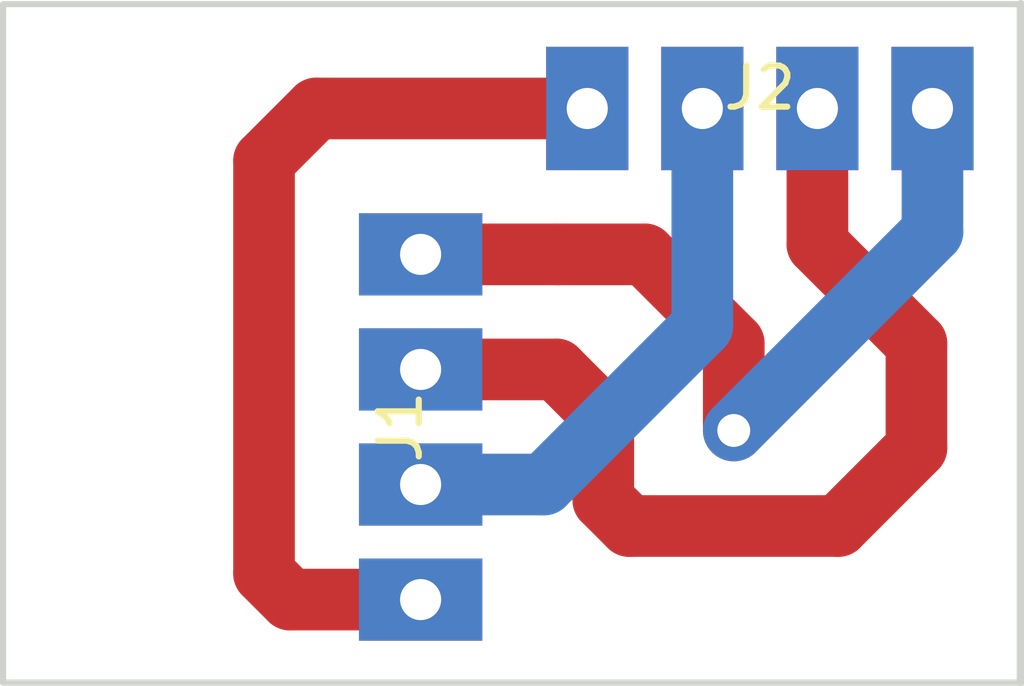
<source format=kicad_pcb>
(kicad_pcb (version 20171130) (host pcbnew "(5.0.0)")

  (general
    (thickness 1.6)
    (drawings 4)
    (tracks 24)
    (zones 0)
    (modules 2)
    (nets 5)
  )

  (page A4)
  (layers
    (0 F.Cu signal)
    (31 B.Cu signal)
    (32 B.Adhes user)
    (33 F.Adhes user)
    (34 B.Paste user)
    (35 F.Paste user)
    (36 B.SilkS user)
    (37 F.SilkS user)
    (38 B.Mask user)
    (39 F.Mask user)
    (40 Dwgs.User user)
    (41 Cmts.User user)
    (42 Eco1.User user)
    (43 Eco2.User user)
    (44 Edge.Cuts user)
    (45 Margin user)
    (46 B.CrtYd user)
    (47 F.CrtYd user)
    (48 B.Fab user)
    (49 F.Fab user)
  )

  (setup
    (last_trace_width 1.5)
    (trace_clearance 0.5)
    (zone_clearance 0.508)
    (zone_45_only no)
    (trace_min 0.2)
    (segment_width 0.2)
    (edge_width 0.15)
    (via_size 0.8)
    (via_drill 0.4)
    (via_min_size 0.4)
    (via_min_drill 0.3)
    (uvia_size 0.3)
    (uvia_drill 0.1)
    (uvias_allowed no)
    (uvia_min_size 0.2)
    (uvia_min_drill 0.1)
    (pcb_text_width 0.3)
    (pcb_text_size 1.5 1.5)
    (mod_edge_width 0.15)
    (mod_text_size 1 1)
    (mod_text_width 0.15)
    (pad_size 1.524 1.524)
    (pad_drill 0.762)
    (pad_to_mask_clearance 0.2)
    (aux_axis_origin 0 0)
    (visible_elements 7FFFFFFF)
    (pcbplotparams
      (layerselection 0x010c0_ffffffff)
      (usegerberextensions false)
      (usegerberattributes false)
      (usegerberadvancedattributes false)
      (creategerberjobfile false)
      (excludeedgelayer true)
      (linewidth 0.100000)
      (plotframeref false)
      (viasonmask false)
      (mode 1)
      (useauxorigin false)
      (hpglpennumber 1)
      (hpglpenspeed 20)
      (hpglpendiameter 15.000000)
      (psnegative false)
      (psa4output false)
      (plotreference true)
      (plotvalue true)
      (plotinvisibletext false)
      (padsonsilk false)
      (subtractmaskfromsilk false)
      (outputformat 1)
      (mirror false)
      (drillshape 0)
      (scaleselection 1)
      (outputdirectory "gerber/"))
  )

  (net 0 "")
  (net 1 "Net-(J1-Pad1)")
  (net 2 "Net-(J1-Pad2)")
  (net 3 "Net-(J1-Pad3)")
  (net 4 "Net-(J1-Pad4)")

  (net_class Default "This is the default net class."
    (clearance 0.5)
    (trace_width 1.5)
    (via_dia 0.8)
    (via_drill 0.4)
    (uvia_dia 0.3)
    (uvia_drill 0.1)
    (add_net "Net-(J1-Pad1)")
    (add_net "Net-(J1-Pad2)")
    (add_net "Net-(J1-Pad3)")
    (add_net "Net-(J1-Pad4)")
  )

  (module "kiu-footprint:LED Strip 12mm" (layer F.Cu) (tedit 5DBE190E) (tstamp 5DBE2549)
    (at 55.245 45.85 270)
    (path /5DBE2270)
    (fp_text reference J1 (at 0 0.5 270) (layer F.SilkS)
      (effects (font (size 1 1) (thickness 0.15)))
    )
    (fp_text value Conn_01x04 (at 0 -0.5 270) (layer F.Fab)
      (effects (font (size 1 1) (thickness 0.15)))
    )
    (pad 1 thru_hole rect (at 4.2 0 270) (size 2 3) (drill 1) (layers *.Cu *.Mask)
      (net 1 "Net-(J1-Pad1)"))
    (pad 2 thru_hole rect (at 1.4 0 270) (size 2 3) (drill 1) (layers *.Cu *.Mask)
      (net 2 "Net-(J1-Pad2)"))
    (pad 3 thru_hole rect (at -1.4 0 270) (size 2 3) (drill 1) (layers *.Cu *.Mask)
      (net 3 "Net-(J1-Pad3)"))
    (pad 4 thru_hole rect (at -4.2 0 270) (size 2 3) (drill 1) (layers *.Cu *.Mask)
      (net 4 "Net-(J1-Pad4)"))
  )

  (module "kiu-footprint:LED Strip 12mm" (layer F.Cu) (tedit 5DBE190E) (tstamp 5DBE2534)
    (at 63.5 38.1 180)
    (path /5DBE22E8)
    (fp_text reference J2 (at 0 0.5 180) (layer F.SilkS)
      (effects (font (size 1 1) (thickness 0.15)))
    )
    (fp_text value Conn_01x04 (at 0 -0.5 180) (layer F.Fab)
      (effects (font (size 1 1) (thickness 0.15)))
    )
    (pad 4 thru_hole rect (at -4.2 0 180) (size 2 3) (drill 1) (layers *.Cu *.Mask)
      (net 4 "Net-(J1-Pad4)"))
    (pad 3 thru_hole rect (at -1.4 0 180) (size 2 3) (drill 1) (layers *.Cu *.Mask)
      (net 3 "Net-(J1-Pad3)"))
    (pad 2 thru_hole rect (at 1.4 0 180) (size 2 3) (drill 1) (layers *.Cu *.Mask)
      (net 2 "Net-(J1-Pad2)"))
    (pad 1 thru_hole rect (at 4.2 0 180) (size 2 3) (drill 1) (layers *.Cu *.Mask)
      (net 1 "Net-(J1-Pad1)"))
  )

  (gr_line (start 45.085 35.56) (end 69.85 35.56) (layer Edge.Cuts) (width 0.15))
  (gr_line (start 45.085 52.07) (end 45.085 35.56) (layer Edge.Cuts) (width 0.15))
  (gr_line (start 45.085 52.07) (end 69.85 52.07) (layer Edge.Cuts) (width 0.15))
  (gr_line (start 69.85 35.56) (end 69.85 52.07) (layer Edge.Cuts) (width 0.2))

  (segment (start 52.07 50.05) (end 55.245 50.05) (width 1.5) (layer F.Cu) (net 1))
  (segment (start 51.435 49.415) (end 52.07 50.05) (width 1.5) (layer F.Cu) (net 1))
  (segment (start 51.435 39.37) (end 51.435 49.415) (width 1.5) (layer F.Cu) (net 1))
  (segment (start 52.705 38.1) (end 51.435 39.37) (width 1.5) (layer F.Cu) (net 1))
  (segment (start 59.3 38.1) (end 52.705 38.1) (width 1.5) (layer F.Cu) (net 1))
  (segment (start 58.245 47.25) (end 55.245 47.25) (width 1.5) (layer B.Cu) (net 2))
  (segment (start 62.1 43.395) (end 58.245 47.25) (width 1.5) (layer B.Cu) (net 2))
  (segment (start 62.1 38.1) (end 62.1 43.395) (width 1.5) (layer B.Cu) (net 2))
  (segment (start 67.31 43.815) (end 64.9 41.405) (width 1.5) (layer F.Cu) (net 3))
  (segment (start 67.31 46.355) (end 67.31 43.815) (width 1.5) (layer F.Cu) (net 3))
  (segment (start 58.551558 44.45) (end 59.69 45.588442) (width 1.5) (layer F.Cu) (net 3))
  (segment (start 64.9 41.405) (end 64.9 38.1) (width 1.5) (layer F.Cu) (net 3))
  (segment (start 55.245 44.45) (end 58.551558 44.45) (width 1.5) (layer F.Cu) (net 3))
  (segment (start 59.69 47.625) (end 60.325 48.26) (width 1.5) (layer F.Cu) (net 3))
  (segment (start 60.325 48.26) (end 65.405 48.26) (width 1.5) (layer F.Cu) (net 3))
  (segment (start 59.69 45.588442) (end 59.69 47.625) (width 1.5) (layer F.Cu) (net 3))
  (segment (start 65.405 48.26) (end 67.31 46.355) (width 1.5) (layer F.Cu) (net 3))
  (segment (start 67.7 41.1) (end 62.865 45.935) (width 1.5) (layer B.Cu) (net 4))
  (segment (start 67.7 38.1) (end 67.7 41.1) (width 1.5) (layer B.Cu) (net 4))
  (via (at 62.865 45.935) (size 1.2) (drill 0.8) (layers F.Cu B.Cu) (net 4))
  (segment (start 58.58 41.65) (end 55.245 41.65) (width 1.5) (layer F.Cu) (net 4))
  (segment (start 62.865 45.935) (end 62.865 43.815) (width 1.5) (layer F.Cu) (net 4))
  (segment (start 60.7 41.65) (end 58.58 41.65) (width 1.5) (layer F.Cu) (net 4))
  (segment (start 62.865 43.815) (end 60.7 41.65) (width 1.5) (layer F.Cu) (net 4))

)

</source>
